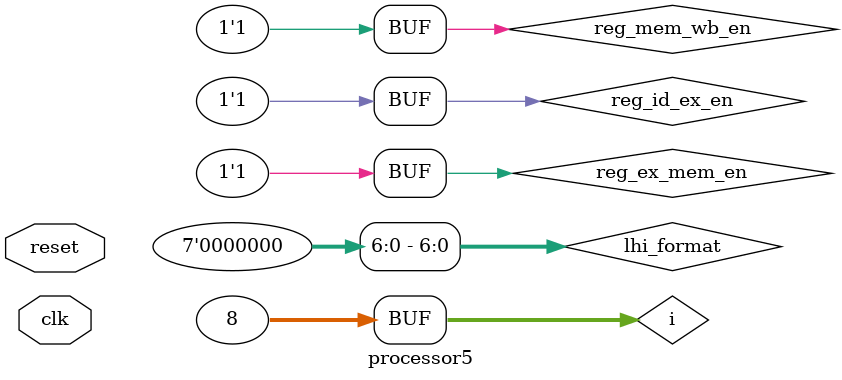
<source format=v>
module processor5 (
	input clk, reset
);

reg [15:0] pc_current = 16'd0;
//wire [15:0] pc_current_value;
reg pc_enable = 1'b1;

wire [15:0] IWR, pc_1, alu3_src2_value, alu3_out, sign_extended_6_id, sign_extended_9_id;
wire [15:0] T1, T2, alu1_out, sign_extended_6_ex, sign_extended_9_ex, T3, alu1_src2_4, T4;
wire [15:0] lhi_format;

reg [15:0] reg_addr1, pc_2, alu1_src2_value, pc_3, rfd3;

wire [2:0] temp_addr, alu_control_signal;
reg [2:0] rfa3;

wire t3_sel, branch, jump, load, sig_multiple, sig_all, mem_read, mem_write, reg_write;
wire [1:0] alu1_src, alu1_op, jump_type, reg_src1, reg_write_data_sel, reg_write_addr_sel;

reg carry_flag, zero_flag;

wire carry, zero, modify_reg_write, new_reg_write;


wire stall_condition_sp;
wire r_type_id, sw_id, br_id, sig_mult_or_all_id, adi_instr, store_multiple_id, store_all_id; 

wire [2:0] ra_id, ra_ex, ra_mem, ra_wb, rb_id, rb_ex, rb_mem, rb_wb, rc_ex, rc_mem, rc_wb;

wire r_type_ex, r_type_mem, r_type_wb;

wire condition1_t1_r1, condition1_t1_r2, condition1_t1_r;
wire condition2_t1_r1, condition2_t1_r2, condition2_t1_r;
wire condition3_t1_r1, condition3_t1_r2, condition3_t1_r;

wire condition1_t2_r1, condition1_t2_r2, condition1_t2_r3, condition1_t2_r;
wire condition2_t2_r1, condition2_t2_r2, condition2_t2_r3, condition2_t2_r;
wire condition3_t2_r1, condition3_t2_r2, condition3_t2_r3, condition3_t2_r;

wire [15:0] value_from_ex_to_id_r, value_from_mem_to_id_r, value_from_wb_to_id_r;

wire lw_lhi_ex, lw_lhi_mem, lw_lhi_wb;

wire stall_condition_t1_lw_lhi1, stall_condition_t1_lw_lhi2, stall_condition_t1_lw_lhi;
wire condition1_t1_lw_lhi1, condition1_t1_lw_lhi2, condition1_t1_lw_lhi;
wire condition2_t1_lw_lhi1, condition2_t1_lw_lhi2, condition2_t1_lw_lhi;

wire stall_condition_t2_lw_lhi1, stall_condition_t2_lw_lhi2, stall_condition_t2_lw_lhi3, stall_condition_t2_lw_lhi;
wire condition1_t2_lw_lhi1, condition1_t2_lw_lhi2, condition1_t2_lw_lhi3, condition1_t2_lw_lhi;
wire condition2_t2_lw_lhi1, condition2_t2_lw_lhi2, condition2_t2_lw_lhi3, condition2_t2_lw_lhi;

wire [15:0] value_from_mem_to_id_lw_lhi, value_from_wb_to_id_lw_lhi;

wire jal_jlr_ex, jal_jlr_mem, jal_jlr_wb;
wire condition1_t1_jal_jlr1, condition1_t1_jal_jlr2, condition1_t1_jal_jlr;
wire condition2_t1_jal_jlr1, condition2_t1_jal_jlr2, condition2_t1_jal_jlr;
wire condition3_t1_jal_jlr1, condition3_t1_jal_jlr2, condition3_t1_jal_jlr;
wire condition1_t2_jal_jlr1, condition1_t2_jal_jlr2, condition1_t2_jal_jlr3, condition1_t2_jal_jlr;
wire condition2_t2_jal_jlr1, condition2_t2_jal_jlr2, condition2_t2_jal_jlr3, condition2_t2_jal_jlr;
wire condition3_t2_jal_jlr1, condition3_t2_jal_jlr2, condition3_t2_jal_jlr3, condition3_t2_jal_jlr;
wire [15:0] value_from_ex_to_id_jal_jlr, value_from_mem_to_id_jal_jlr, value_from_wb_to_id_jal_jlr;

wire lm_ex, lm_mem;
wire condition1_t1_lm1, condition1_t1_lm2, condition1_t1_lm;
wire condition2_t1_lm1, condition2_t1_lm2,  condition2_t1_lm3, condition2_t1_lm4, condition2_t1_lm;
wire condition1_t2_lm1, condition1_t2_lm2, condition1_t2_lm3, condition1_t2_lm;
wire condition2_t2_lm1, condition2_t2_lm2, condition2_t2_lm3, condition2_t2_lm4, condition2_t2_lm5, condition2_t2_lm6, condition2_t2_lm;
wire [15:0] value_from_mem_to_id_lm, value_from_wb_to_id_lm;

wire la_ex, la_mem;
wire condition1_t1_la1, condition1_t1_la2, condition1_t1_la;
wire condition2_t1_la1, condition2_t1_la2, condition2_t1_la3, condition2_t1_la4, condition2_t1_la;
wire condition1_t2_la1, condition1_t2_la2, condition1_t2_la3, condition1_t2_la;
wire condition2_t2_la1, condition2_t2_la2, condition2_t2_la3, condition2_t2_la4, condition2_t2_la5, condition2_t2_la6, condition2_t2_la;

wire [15:0] value_from_mem_to_id_la, value_from_wb_to_id_la;

wire adi_ex, adi_mem, adi_wb;
wire condition1_t1_adi1, condition1_t1_adi2, condition1_t1_adi;
wire condition2_t1_adi1, condition2_t1_adi2, condition2_t1_adi;
wire condition3_t1_adi1, condition3_t1_adi2, condition3_t1_adi;
wire condition1_t2_adi1, condition1_t2_adi2, condition1_t2_adi3, condition1_t2_adi;
wire condition2_t2_adi1, condition2_t2_adi2, condition2_t2_adi3, condition2_t2_adi;
wire condition3_t2_adi1, condition3_t2_adi2, condition3_t2_adi3, condition3_t2_adi;
wire [15:0] value_from_ex_to_id_adi, value_from_mem_to_id_adi, value_from_wb_to_id_adi;


/////
wire store_all_ex, store_all_mem;
/////

////////////////////////
reg [2:0] reg_addr2, counter_store_multiple, counter_store_all, k_multiple, k_all;
reg counter_store_multiple_en, counter_store_all_en, k_multiple_en, k_all_en, reg_write_sp;
reg shift_reg_store_en, mem_write_sp, shift_reg_load_en, counter_load_multiple_en, counter_load_all_en;
reg [7:0] shift_reg_store, shift_reg_load;
reg [2:0] counter_load, counter_load_multiple, counter_load_all;
wire [15:0] alu1_src1_value;
wire alu1_extra_control_sig;

//////////////////////
reg flush_condition_ex1;
wire flush_condition_ex2;
wire flush_condition_ex;
wire flush_condition_id;

reg [15:0] T1_new, T2_new;

reg reg_if_id_en = 1'b1;
reg reg_id_ex_en = 1'b1;
reg reg_ex_mem_en = 1'b1;
reg reg_mem_wb_en = 1'b1;

reg [48:0] IF_ID_reg = 49'b0;
reg [115:0] ID_EX_reg = 116'b0;
reg [79:0] EX_MEM_reg = 80'b0;
reg [77:0] MEM_WB_reg = 78'b0;

reg [33:0] look_up_table_branch [0:7];
reg [2:0] look_up_table_branch_top;

reg [1:0] fsm_table [0:7];

reg flag1, flag2, flag3, match_sig;
//reg [2:0] i;
integer i;
integer i_var;
reg [15:0] bta;

initial
begin
	for(i=0; i<8; i=i+1)
		look_up_table_branch[i] = 0;
	
	look_up_table_branch_top = 0;
	
	fsm_table[0] = 2'b00;
	fsm_table[1] = 2'b01;
	fsm_table[2] = 2'b00;
	fsm_table[3] = 2'b11;
	fsm_table[4] = 2'b00;
	fsm_table[5] = 2'b11;
	fsm_table[6] = 2'b10;
	fsm_table[7] = 2'b11;
	
	pc_current = 0;
	IF_ID_reg = 0;
	ID_EX_reg = 0;
	EX_MEM_reg = 0;
	MEM_WB_reg = 0;
	carry_flag = 0;
	zero_flag = 0;
	
	counter_load_all = 0;
	counter_load_multiple = 0;
	counter_store_all = 0;
	counter_store_multiple = 0;
	k_multiple = 0;
	k_all = 0;
	
	counter_load_all_en = 1'b0;
	counter_load_multiple_en = 1'b0;
	counter_store_all_en = 1'b0;
	counter_store_multiple_en = 1'b0;
	k_multiple_en = 1'b0;
	k_all_en = 1'b0;
end

/////////////////// in instruction fetch (IF) state ////////////////

instruction_memory imem (
								.pc(pc_current),
								.instruction(IWR));

//instruction_memory imem (
//								.pc(pc_current_value),
//								.instruction(IWR));

always @(*) begin
	flag3 = 0;
	for (i=0; i<8; i=i+1)
		if(flag3 != 1) begin
			if ((look_up_table_branch[i][33:18] == pc_current) && (look_up_table_branch[i][1] == 1'b1)) begin
				bta <= look_up_table_branch[i][17:2];
				match_sig <= 1'b1;
				flag3 = 1;
			end
			else begin
				bta <= 16'd0;
				match_sig <= 1'b0;
			end
		end
end
			
			
								
alu_adder alu2 (.a(pc_current),
						.b(16'd1),
						.alu_result(pc_1));

//alu_adder alu2 (.a(pc_current_value),
//						.b(16'd1),
//						.alu_result(pc_1));


/////////////////// end of if ////////////////////////

//always @(posedge clk)
//	begin
//		if (reg_if_id_en)
//			begin
//				IF_ID_reg[47:32] <= pc_current;
//				IF_ID_reg[31:16] <= pc_1;
//				IF_ID_reg[15:0] <= IWR;
//			end
//		//pc_current <= pc_1;
//	end

always @(posedge clk)
	begin
		if (reg_if_id_en)
			begin
				if (flush_condition_id | flush_condition_ex)
					IF_ID_reg <= 0;
				else begin
					IF_ID_reg[48] <= match_sig;
					IF_ID_reg[47:32] <= pc_current;
//					IF_ID_reg[47:32] <= pc_current_value;
					IF_ID_reg[31:16] <= pc_1;
					IF_ID_reg[15:0] <= IWR;
				end
			end
		//pc_current <= pc_1;
	end

/////////////////// in instruction decode and register read (ID-OF) state //////////////

control_unit cu (
					.reset( reset ),
					.opcode( IF_ID_reg[15:12] ),
					.alu1_src( alu1_src ),
					.alu1_op( alu1_op ),
					.t3_sel( t3_sel ),
					.load( load ),
					.sig_multiple( sig_multiple ),
					.sig_all( sig_all ),
					.branch( branch ),
					.jump( jump ),
					.jump_type( jump_type ),
					.reg_src1( reg_src1 ),
					.mem_read( mem_read ),
					.mem_write( mem_write ),
					.reg_write( reg_write ),
					.reg_write_data_sel( reg_write_data_sel ),
					.reg_write_addr_sel( reg_write_addr_sel )
					);
				
					
alu_adder alu3 (
					.a( IF_ID_reg[47:32] ),		//pc_current
					.b( alu3_src2_value ),		//alu3_src2
					.alu_result( alu3_out )		//alu3_out
					);

// se6 of IWR(5:0)					
assign sign_extended_6_id = {{10{IF_ID_reg[5]}}, IF_ID_reg[5:0]};

// se9 of IWR(8:0)
assign sign_extended_9_id = {{7{IF_ID_reg[8]}}, IF_ID_reg[8:0]};

// control signal is jump_type ans branch
assign alu3_src2_value = (~branch & jump) ? sign_extended_9_id : sign_extended_6_id;

//register_file reg_file (
//								.clk( clk ),
//								.rst( reset ),
//								.reg_write_en( reg_write_sp ),
//								.reg_read_addr_1( reg_addr1 ),		//rf_a1
//								.reg_read_data_1( T1 ),		//rf_d1
//								.reg_read_addr_2( IF_ID_reg[8:6] ),		//rf_a2 = IWR(8:6)
//								.reg_read_data_2( T2 ),		//rf_d2
//								.reg_write_dest( rfa3 ),		//rf_a3
//								.reg_write_data( rfd3 )			//rf_d3
//								);

register_file reg_file (
								.clk( clk ),
								.rst( reset ),
								.reg_write_en( reg_write_sp ),
								.reg_read_addr_1( reg_addr1 ),		//rf_a1
								.reg_read_data_1( T1 ),		//rf_d1
								.reg_read_addr_2( reg_addr2 ),		//rf_a2 = IWR(8:6)
								.reg_read_data_2( T2 ),		//rf_d2
								.reg_write_dest( rfa3 ),		//rf_a3
								.reg_write_data( rfd3 )			//rf_d3
								);
								
//register_file1 reg_file (
//								.clk( clk ),
//								.rst( reset ),
//								.reg_write_en( reg_write_sp ),
//								.reg_read_addr_1( reg_addr1 ),		//rf_a1
//								.reg_read_data_1( T1 ),		//rf_d1
//								.reg_read_addr_2( reg_addr2 ),		//rf_a2 = IWR(8:6)
//								.reg_read_data_2( T2 ),		//rf_d2
//								.reg_write_dest( rfa3 ),		//rf_a3
//								.reg_write_data( rfd3 ),			//rf_d3
//								.pc_enable_value( pc_enable ),
//								.pc_value_out( pc_current_value ),
//								.match_sig( match_sig ),
//								.bta( bta ),
//								.condition1( (~IF_ID_reg[48] & (jump & (jump_type[0] ^ jump_type[1]))) ),
//								.condition2( ((ID_EX_reg[10] & (ID_EX_reg[115] ^ zero)) | (~ID_EX_reg[115] & (ID_EX_reg[9] & ~(ID_EX_reg[8] | ID_EX_reg[7])))) ),
//								.value1( pc_2 ),
//								.value2( pc_3 ),
//								.value3( pc_1 ),
////								.value4( wb_instr_result ),
////								.reg_write_en1( reg_write_en_rf )
//								.reg_write_en1( 1'b0 )
//								);


//always @(posedge clk)
//	if (counter_store_multiple == 7)
//		counter_store_multiple_en <= 1'b0;
//	else if (sig_multiple)
//		counter_store_multiple_en <= 1'b1;
always @(posedge clk)
	if ((counter_store_multiple == 7) | (k_multiple == 7))
		counter_store_multiple_en <= 1'b0;
	else if (sig_multiple & (~load))
		counter_store_multiple_en <= 1'b1;
	

//always @(posedge clk)
//	if (counter_store_multiple_en)
//		counter_store_multiple <= counter_store_multiple + 1;

//always @(posedge clk)
//	if (counter_store_multiple_en | (~load & sig_multiple))
//		counter_store_multiple <= counter_store_multiple + 1;
always @(posedge clk)
	if ((counter_store_multiple_en | (~load & sig_multiple)) & (|(k_multiple ^ 3'b111)))
		counter_store_multiple <= counter_store_multiple + 1;


//always @(posedge clk)
//	if (counter_store_all == 6)
//		counter_store_all_en <= 1'b0;
//	else if (sig_all)
//		counter_store_all_en <= 1'b1;
always @(posedge clk)
	if ((counter_store_all == 6) | (k_all == 6))
		counter_store_all_en <= 1'b0;
	else if (sig_all & (~load))
		counter_store_all_en <= 1'b1;
	

//always @(posedge clk)
//	if (counter_store_all_en) begin
//		counter_store_all <= counter_store_all + 1;
//		if (counter_store_all == 6)
//			counter_store_all <= 0;
//	end
//always @(posedge clk)
//	if (counter_store_all_en | (~load & sig_all)) begin
//		counter_store_all <= counter_store_all + 1;
//		if (counter_store_all == 6)
//			counter_store_all <= 0;
//	end
always @(posedge clk)
	if ((counter_store_all_en | (~load & sig_all)) & (|(k_all ^ 3'b110))) begin
		counter_store_all <= counter_store_all + 1;
		if (counter_store_all == 6)
			counter_store_all <= 0;
	end

always @(*)
	if (~load & sig_multiple)
		reg_addr2 <= counter_store_multiple;
	else if (~load & sig_all)
		reg_addr2 <= counter_store_all;
	else
		reg_addr2 <= IF_ID_reg[8:6];

always @(*)
	case (reg_src1)
		2'b00: reg_addr1 <= IF_ID_reg[11:9];
		2'b01: reg_addr1 <= IF_ID_reg[8:6];
		default: reg_addr1 <= IF_ID_reg[11:9];
	endcase

always @(*)
	if ((branch == 1'b1) || (jump_type == 2'b01))
		pc_2 <= alu3_out;
	else if (jump_type == 2'b10)
		pc_2 <= T1;
	else
		pc_2 <= 16'bz;

////
		
always @(posedge clk)
	if (k_multiple == 7)
		k_multiple_en <= 1'b0;
	else if (sig_multiple)
		k_multiple_en <= 1'b1;
	

always @(posedge clk)
	if (k_multiple_en)
		k_multiple <= k_multiple + 1;

always @(posedge clk)
	if (k_all == 6)
		k_all_en <= 1'b0;
	else if (sig_all)
		k_all_en <= 1'b1;

//always @(posedge clk)
//	if ((k_all == 6) | (counter_load_all == 6))
//		k_all_en <= 1'b0;
//	else if (sig_all)
//		k_all_en <= 1'b1;
//	
		
always @(posedge clk)
	if (k_all_en) begin
		k_all <= k_all + 1;
		if (k_all == 6)
			k_all <= 0;
	end
		
////		

//////// Correction of Violation //////////////////

assign stall_condition_sp = (((sig_multiple == 1'b1) && (k_multiple < 7)) || ((sig_all == 1'b1) && (k_all < 6))) ? 1'b1 : 1'b0;
//assign stall_condition_sp = (((sig_multiple == 1'b1) && (k_multiple < 6)) || ((sig_all == 1'b1) && (k_all < 5))) ? 1'b1 : 1'b0;

//always @(*)
//	if (stall_condition_ra_rl | stall_condition_rb_rl | stall_condition_sp) begin
//		pc_enable <= 1'b0;
//		reg_if_id_en <= 1'b0;
//	end
//	else begin
//		pc_enable <= 1'b1;
//		reg_if_id_en <= 1'b1;
//	end

//always @(*)
//	if (stall_condition_t1_lw_lhi | stall_condition_t2_lw_lhi | stall_condition_sp) begin
//		pc_enable <= 1'b0;
//		reg_if_id_en <= 1'b0;
//	end
//	else begin
//		pc_enable <= 1'b1;
//		reg_if_id_en <= 1'b1;
//	end

always @(*)
	if (~(flush_condition_id | flush_condition_ex) & (stall_condition_t1_lw_lhi | stall_condition_t2_lw_lhi | stall_condition_sp)) begin
		pc_enable <= 1'b0;
		reg_if_id_en <= 1'b0;
	end
	else begin
		pc_enable <= 1'b1;
		reg_if_id_en <= 1'b1;
	end
	

always @(*)
	if (condition1_t1_lw_lhi)
		T1_new <= value_from_mem_to_id_lw_lhi;
	else if (condition2_t1_lw_lhi)
		T1_new <= value_from_wb_to_id_lw_lhi;
	else if (condition1_t1_lm)
		T1_new <= value_from_mem_to_id_lm;
	else if (condition2_t1_lm)
		T1_new <= value_from_wb_to_id_lm;
	else if (condition1_t1_la)
		T1_new <= value_from_mem_to_id_la;
	else if (condition2_t1_la)
		T1_new <= value_from_wb_to_id_la;
	else if (condition1_t1_r)
		T1_new <= value_from_ex_to_id_r;
	else if (condition2_t1_r)
		T1_new <= value_from_mem_to_id_r;
	else if (condition3_t1_r)
		T1_new <= value_from_wb_to_id_r;
	else if (condition1_t1_adi)
		T1_new <= value_from_ex_to_id_adi;
	else if (condition2_t1_adi)
		T1_new <= value_from_mem_to_id_adi;
	else if (condition3_t1_adi)
		T1_new <= value_from_wb_to_id_adi;
	else if (condition1_t1_jal_jlr)
		T1_new <= value_from_ex_to_id_jal_jlr;
	else if (condition2_t1_jal_jlr)
		T1_new <= value_from_mem_to_id_jal_jlr;
	else if (condition3_t1_jal_jlr)
		T1_new <= value_from_wb_to_id_jal_jlr;
	else
		T1_new <= T1;

always @(*)
	if (condition1_t2_lw_lhi)
		T2_new <= value_from_mem_to_id_lw_lhi;
	else if (condition2_t2_lw_lhi)
		T2_new <= value_from_wb_to_id_lw_lhi;
	else if (condition1_t2_lm)
		T2_new <= value_from_mem_to_id_lm;
	else if (condition2_t2_lm)
		T2_new <= value_from_wb_to_id_lm;
	else if (condition1_t2_la)
		T2_new <= value_from_mem_to_id_la;
	else if (condition2_t2_la)
		T2_new <= value_from_wb_to_id_la;
	else if (condition1_t2_r)
		T2_new <= value_from_ex_to_id_r;
	else if (condition2_t2_r)
		T2_new <= value_from_mem_to_id_r;
	else if (condition3_t2_r)
		T2_new <= value_from_wb_to_id_r;
	else if (condition1_t2_adi)
		T2_new <= value_from_ex_to_id_adi;
	else if (condition2_t2_adi)
		T2_new <= value_from_mem_to_id_adi;
	else if (condition3_t2_adi)
		T2_new <= value_from_wb_to_id_adi;
	else if (condition1_t2_jal_jlr)
		T2_new <= value_from_ex_to_id_jal_jlr;
	else if (condition2_t2_jal_jlr)
		T2_new <= value_from_mem_to_id_jal_jlr;
	else if (condition3_t2_jal_jlr)
		T2_new <= value_from_wb_to_id_jal_jlr;
	else
		T2_new <= T2;


///////////////////////////////////////////////////////////

// flush condition

//assign flush_condition_id = (jump & (jump_type[0] ^ jump_type[1]));

assign flush_condition_id = ((jump & (jump_type[0] ^ jump_type[1])) && (~IF_ID_reg[48])) ? 1'b1 : 1'b0;

//////////////////

/////////////////// end of id-of ///////////////////////////////////
	
//always @(posedge clk)
//	if (reg_id_ex_en)
//		begin
//			ID_EX_reg[98:83] <= T1;	//T1
//			ID_EX_reg[82:67] <= T2;	//T2
//			ID_EX_reg[66:51] <= pc_2;	//pc_2
//			ID_EX_reg[50:35] <= IF_ID_reg[31:16];	//pc_1
//			ID_EX_reg[34:19] <= IF_ID_reg[15:0];	//IWR
//			
//			ID_EX_reg[18:17] <= alu1_src;
//			ID_EX_reg[16:15] <= alu1_op;
//			ID_EX_reg[14] <= t3_sel;
//			ID_EX_reg[13] <= load;
//			ID_EX_reg[12] <= branch;
//			ID_EX_reg[11] <= jump;
//			ID_EX_reg[10:9] <= jump_type;
//													//removing reg_src1;
//			ID_EX_reg[8] <= mem_read;
//			ID_EX_reg[7] <= mem_write;
//			ID_EX_reg[6] <= mem_write_sig;
//			ID_EX_reg[5] <= reg_write;
//			ID_EX_reg[4] <= reg_write_sig;
//			ID_EX_reg[3:2] <= reg_write_data_sel;
//			ID_EX_reg[1:0] <= reg_write_addr_sel;
//		end

//always @(posedge clk)
//	if (reg_id_ex_en)
//		begin
//			ID_EX_reg[100:85] <= T1_new;	//T1
//			ID_EX_reg[84:69] <= T2_new;	//T2
//			ID_EX_reg[68:53] <= pc_2;	//pc_2
//			ID_EX_reg[52:37] <= IF_ID_reg[31:16];	//pc_1
//			
//			if (~(sig_multiple ^ sig_all) & (stall_condition_ra_rl | stall_condition_rb_rl))
//				ID_EX_reg[36:0] <= 37'd0;
//			else
//			begin
//				ID_EX_reg[36:21] <= IF_ID_reg[15:0];	//IWR
//				
//				ID_EX_reg[20:19] <= alu1_src;
//				ID_EX_reg[18:17] <= alu1_op;
//				ID_EX_reg[16] <= t3_sel;
//				ID_EX_reg[15] <= load;
//				ID_EX_reg[14] <= sig_multiple;
//				ID_EX_reg[13] <= sig_all;
//				ID_EX_reg[12] <= branch;
//				ID_EX_reg[11] <= jump;
//				ID_EX_reg[10:9] <= jump_type;
//														//removing reg_src1;
//				ID_EX_reg[8] <= mem_read;
//				ID_EX_reg[7] <= mem_write;
//				ID_EX_reg[6] <= mem_write_sig;
//				ID_EX_reg[5] <= reg_write;
//				ID_EX_reg[4] <= reg_write_sig;
//				ID_EX_reg[3:2] <= reg_write_data_sel;
//				ID_EX_reg[1:0] <= reg_write_addr_sel;
//			end
//		end

always @(posedge clk)
	if (reg_id_ex_en)
		begin
			if (flush_condition_ex)
				ID_EX_reg <= 0;
			else begin
				ID_EX_reg[115] <= IF_ID_reg[48];	//match_sig
				ID_EX_reg[114:99] <= IF_ID_reg[47:32];	//pc_current
				
				ID_EX_reg[98:83] <= T1_new;	//T1
				ID_EX_reg[82:67] <= T2_new;	//T2
				ID_EX_reg[66:51] <= pc_2;	//pc_2
				ID_EX_reg[50:35] <= IF_ID_reg[31:16];	//pc_1
				
//				if (~(sig_multiple ^ sig_all) & (stall_condition_ra_rl | stall_condition_rb_rl))
//					ID_EX_reg[34:0] <= 35'd0;
//				else
				if (~(sig_multiple ^ sig_all) & (stall_condition_t1_lw_lhi | stall_condition_t2_lw_lhi)) begin
					ID_EX_reg[34:0] <= 35'd0;
					
					ID_EX_reg[115:35] <= 0;
				end
				else
				begin
					ID_EX_reg[34:19] <= IF_ID_reg[15:0];	//IWR
					
					ID_EX_reg[18:17] <= alu1_src;
					ID_EX_reg[16:15] <= alu1_op;
					ID_EX_reg[14] <= t3_sel;
					ID_EX_reg[13] <= load;
					ID_EX_reg[12] <= sig_multiple;
					ID_EX_reg[11] <= sig_all;
					ID_EX_reg[10] <= branch;
					ID_EX_reg[9] <= jump;
					ID_EX_reg[8:7] <= jump_type;
															//removing reg_src1;
					ID_EX_reg[6] <= mem_read;
					ID_EX_reg[5] <= mem_write;
					ID_EX_reg[4] <= reg_write;
					ID_EX_reg[3:2] <= reg_write_data_sel;
					ID_EX_reg[1:0] <= reg_write_addr_sel;
				end
			end
		end

/////////////////// in execution state (EX) state ////////////////

alu_control alu_control_dut (
										.aluop( ID_EX_reg[16:15] ),
										.condition_cz( ID_EX_reg[20:19] ),
										.alu_control( alu_control_signal )
										);
										
//alu1 alu1_dut (
//					.a( ID_EX_reg[100:85] ),
//					.b( alu1_src2_value ),
//					.carry_flag( carry_flag ),
//					.zero_flag( zero_flag ),
//					.alu_control( alu_control_signal ),
//					.alu_result( alu1_out ),
//					.zero( zero ),
//					.carry( carry ),
//					.modify_reg_write( modify_reg_write )
//					);
alu1 alu1_dut (
					.a( alu1_src1_value ),
					.b( alu1_src2_value ),
					.carry_flag( carry_flag ),
					.zero_flag( zero_flag ),
					.alu_control( alu_control_signal ),
					.alu_result( alu1_out ),
					.zero( zero ),
					.carry( carry ),
					.modify_reg_write( modify_reg_write )
					);

					
//T3 sel
assign T3 = (ID_EX_reg[14]) ? lhi_format : alu1_out;

assign lhi_format = {ID_EX_reg[27:19], 7'b0};

//SE6 of IWR(5:0)					
assign sign_extended_6_ex = {{10{ID_EX_reg[24]}}, ID_EX_reg[24:19]};

//SE6 of IWR(8:0)
assign sign_extended_9_ex = {{7{ID_EX_reg[27]}}, ID_EX_reg[27:19]};

always @(*)
	case (ID_EX_reg[18:17])	//alu1_src
		2'b00: alu1_src2_value <= ID_EX_reg[82:67];	//T2
		2'b01: alu1_src2_value <= sign_extended_6_ex;	//se IWR(5:0)
		2'b10: alu1_src2_value <= sign_extended_9_ex;	//se IWR(8:0)
		2'b11: alu1_src2_value <= alu1_src2_4;		//temp
	endcase

//
assign alu1_src2_4 = (alu1_extra_control_sig) ? 16'd1 : 16'd0;
assign alu1_src1_value = (alu1_extra_control_sig) ? EX_MEM_reg[63:48] : ID_EX_reg[98:83];// ? T3 : T1

///////////////// alert change this according to pipeline reg/////
assign alu1_extra_control_sig = (((sig_multiple ^ sig_all) == 1'b1) && ((k_multiple_en==1'b1 && k_multiple > 0) || (k_all_en==1'b1 && k_all > 0)));
	
//modify_reg_write
assign new_reg_write = (modify_reg_write) ? 1'b0 : ID_EX_reg[4];	//reg_write

// pc_3
always @(*)
	if (ID_EX_reg[10])	//branch
		if (zero)
			pc_3 <= ID_EX_reg[66:51];	// taken (to pc_2)
		else
			pc_3 <= ID_EX_reg[50:35];	//not taken (go to pc_1)
	else if ((ID_EX_reg[9] == 1'b1) && (ID_EX_reg[8:7] == 2'b00))	//jump, jump_type
		pc_3 <= T3;	//T3
	else
		pc_3 <= ID_EX_reg[50:35];	//pc_1
		
///////////////
// flush condition

//assign flush_condition_ex = ((ID_EX_reg[10] & zero) | (ID_EX_reg[9] & ~(| ID_EX_reg[8:7])));

always @(*)
	if (ID_EX_reg[115])		//match_sig in EX
		if (((ID_EX_reg[10] & zero) | (ID_EX_reg[9] & ~(| ID_EX_reg[8:7]))))
			flush_condition_ex1 <= 1'b0;
		else
			flush_condition_ex1 <= 1'b1;
	else
		if (((ID_EX_reg[10] & zero) | (ID_EX_reg[9] & ~(| ID_EX_reg[8:7]))))
			flush_condition_ex1 <= 1'b1;
		else
			flush_condition_ex1 <= 1'b0;

assign flush_condition_ex2 = (((ID_EX_reg[4] & (~ID_EX_reg[13]) & (~ID_EX_reg[9])) & (& rc_ex)) & ~ID_EX_reg[115]) ? 1'b1 : 1'b0;
assign flush_condition_ex = flush_condition_ex1 | flush_condition_ex2;

//assign flush_condition_mem1 = ( & ) ? 1'b1 : 1'b0;

///////// pc_updation ///////////////

//always @(posedge clk)
//	if(pc_enable)
//		if(jump & (jump_type[0] ^ jump_type[1]))	// jump and jumptype jal, jlr
//			pc_current <= pc_2;
//		else if(ID_EX_reg[12] | (ID_EX_reg[11] & ~(ID_EX_reg[10] | ID_EX_reg[9])))
//			pc_current <= pc_3;
//		else
//			pc_current <= pc_1;

//always @(posedge clk)
//	if(pc_enable)
//		if(jump & (jump_type[0] ^ jump_type[1]))	// jump and jumptype jal, jlr
//			pc_current <= pc_2;
//		else if((ID_EX_reg[10] & zero) | (ID_EX_reg[9] & ~(ID_EX_reg[8] | ID_EX_reg[7])))
//			pc_current <= pc_3;
//		else
//			pc_current <= pc_1;

//always @(posedge clk)
//	if(pc_enable)
//		if(match_sig)
//			pc_current <= bta;
//		else if(jump & (jump_type[0] ^ jump_type[1]))	// jump and jumptype jal, jlr
//			pc_current <= pc_2;
//		else if((ID_EX_reg[10] & zero) | (ID_EX_reg[9] & ~(ID_EX_reg[8] | ID_EX_reg[7])))
//			pc_current <= pc_3;
//		else
//			pc_current <= pc_1;

//always @(posedge clk)
//	if(pc_enable)
//		if(match_sig)
//			pc_current <= bta;
//		else if(~IF_ID_reg[48] & (jump & (jump_type[0] ^ jump_type[1])))	// jump and jumptype jal, jlr
//			pc_current <= pc_2;
//		else if ((ID_EX_reg[10] & (ID_EX_reg[115] ^ zero)) | (~ID_EX_reg[115] & (ID_EX_reg[9] & ~(ID_EX_reg[8] | ID_EX_reg[7]))))		// (branch & (taken ^ match_sig)) | (~match_sig & jump condition)
//			pc_current <= pc_3;
//		else
//			pc_current <= pc_1;
		
always @(posedge clk)
	if(pc_enable)
		if(match_sig)
			pc_current <= bta;
		else if(~IF_ID_reg[48] & (jump & (jump_type[0] ^ jump_type[1])))	// jump and jumptype jal, jlr
			pc_current <= pc_2;
		else if ((ID_EX_reg[10] & (ID_EX_reg[115] ^ zero)) | (~ID_EX_reg[115] & (ID_EX_reg[9] & ~(ID_EX_reg[8] | ID_EX_reg[7]))))		// (branch & (taken ^ match_sig)) | (~match_sig & jump condition)
			pc_current <= pc_3;
		else if ((ID_EX_reg[4] & (~ID_EX_reg[13]) & (~ID_EX_reg[9])) & (& rc_ex))
			pc_current <= T3;
		else if ((EX_MEM_reg[13] & ~(EX_MEM_reg[12] ^ EX_MEM_reg[11])) & (& ra_mem))
			pc_current <= T4;
		else if ((EX_MEM_reg[13] & EX_MEM_reg[12]) & (EX_MEM_reg[16]) & (counter_load_multiple[2] & counter_load_multiple[1] & ~counter_load_multiple[0]))	//lm
			pc_current <= T4;
		else if ((jump & (jump_type[0] ^ jump_type[1])) & (& IF_ID_reg[11:9]))
			pc_current <= IF_ID_reg[31:16];
		else
			pc_current <= pc_1;
		
///////////look_up_table updation //////////////////

always @(posedge clk) begin
	if (jump & (jump_type[0] ^ jump_type[1])) begin		// jump and jumptype jal, jlr
		flag1 = 0;
		for(i=0; i<8; i=i+1)
			if(look_up_table_branch[i][33:18] == IF_ID_reg[47:32])	// match with pc of instr
				flag1 = 1;
		if (flag1 == 0) begin
			look_up_table_branch[look_up_table_branch_top] <= {IF_ID_reg[47:32], pc_2, 2'b11};	//pc, bta, hb
			look_up_table_branch_top <= look_up_table_branch_top + 1;
		end
	end
	else if ((ID_EX_reg[10]) | (ID_EX_reg[9] & ~(ID_EX_reg[8] | ID_EX_reg[7]))) begin
		flag2 = 0;
		for(i=0; i<8; i=i+1)
			if(look_up_table_branch[i][33:18] == ID_EX_reg[114:99]) begin	// match with pc of instr
				flag2 = 1;
				i_var = i;
				$display("time = %0t, i = %d",$time, i);
			end
		if (flag2 == 0) begin
			//look_up_table_branch[look_up_table_branch_top] <= {ID_EX_reg[114:99], ID_EX_reg[66:51], ((ID_EX_reg[10] & zero) | (ID_EX_reg[9] & ~(ID_EX_reg[8] | ID_EX_reg[7]))), ~((ID_EX_reg[10] & zero) | (ID_EX_reg[9] & ~(ID_EX_reg[8] | ID_EX_reg[7])))};	//pc, bta, hb
			look_up_table_branch_top <= look_up_table_branch_top + 1;
			if (ID_EX_reg[10])
				look_up_table_branch[look_up_table_branch_top] <= {ID_EX_reg[114:99], ID_EX_reg[66:51], (ID_EX_reg[10] & zero), ~(ID_EX_reg[10] & zero)};	//pc, bta, hb
			else
				look_up_table_branch[look_up_table_branch_top] <= {ID_EX_reg[114:99], T3, 2'b11};	//pc, bta, hb
		end
		else begin
//			if (ID_EX_reg[10] & zero) begin	//branch and zero i.e. taken
//				if (look_up_table_branch[i][1:0] == )
//			end
//			else begin	// not taken
//				//
//			end
			
			look_up_table_branch[i_var][1:0] <= fsm_table[{look_up_table_branch[i_var][1:0], ((ID_EX_reg[10] & zero) | (ID_EX_reg[9] & ~(ID_EX_reg[8] | ID_EX_reg[7])))}];
		end
	end
end

////////////////////////////////////////////////////

//assign condition_rf1 = 

/////////////////// end of ex ////////////////////////////////////

always @(posedge clk)
	if (reg_ex_mem_en)
		begin
			carry_flag <= carry;
			
			EX_MEM_reg[79:64] <= ID_EX_reg[82:67];	//T2
			EX_MEM_reg[63:48] <= T3;	//T3
			EX_MEM_reg[47:32] <= ID_EX_reg[50:35];	//pc_1
			EX_MEM_reg[31:16] <= ID_EX_reg[34:19];	//IWR
			
			//control signals
															// removing alu1_src;
			EX_MEM_reg[15:14] <= ID_EX_reg[16:15];			// alu1_op;
															//removing t3_sel;
			EX_MEM_reg[13] <= ID_EX_reg[13];		//load;
			EX_MEM_reg[12] <= ID_EX_reg[12];			//sig_multiple
			EX_MEM_reg[11] <= ID_EX_reg[11];			//sig_all
			EX_MEM_reg[10] <= ID_EX_reg[10];				// branch;
			EX_MEM_reg[9] <= ID_EX_reg[9];				// jump;
			EX_MEM_reg[8:7] <= ID_EX_reg[8:7];				// jump_type;
													//removing reg_src1;
			EX_MEM_reg[6] <= ID_EX_reg[6];		//mem_read;
			EX_MEM_reg[5] <= ID_EX_reg[5];		//mem_write;
			EX_MEM_reg[4] <= new_reg_write;		//reg_write;
			EX_MEM_reg[3:2] <= ID_EX_reg[3:2];	//reg_write_data_sel;
			EX_MEM_reg[1:0] <= ID_EX_reg[1:0];	//reg_write_addr_sel;
		end

//always @(posedge clk)
//	if (reg_ex_mem_en)
//		begin
//			if (flush_condition_ex)
//				EX_MEM_reg <= 0;
//			else begin
//				carry_flag <= carry;
//				
//				EX_MEM_reg[75:60] <= ID_EX_reg[84:69];	//T2
//				EX_MEM_reg[59:44] <= T3;	//T3
//				EX_MEM_reg[43:28] <= ID_EX_reg[52:37];	//pc_1
//				EX_MEM_reg[27:12] <= ID_EX_reg[36:21];	//IWR
//				
//				//control signals
//																// removing alu1_src;
//																// removing alu1_op;
//																//removing t3_sel;
//				EX_MEM_reg[11] <= ID_EX_reg[15];		//load;
//				EX_MEM_reg[10] <= ID_EX_reg[14];			//sig_multiple
//				EX_MEM_reg[9] <= ID_EX_reg[13];			//sig_all
//															//removing branch;
//															//removing jump;
//															// removing jump_type;
//														//removing reg_src1;
//				EX_MEM_reg[8] <= ID_EX_reg[8];		//mem_read;
//				EX_MEM_reg[7] <= ID_EX_reg[7];		//mem_write;
//				EX_MEM_reg[6] <= ID_EX_reg[6];		//mem_write_sig;
//				EX_MEM_reg[5] <= new_reg_write;		//reg_write;
//				EX_MEM_reg[4] <= ID_EX_reg[4];		//reg_write_sig;
//				EX_MEM_reg[3:2] <= ID_EX_reg[3:2];	//reg_write_data_sel;
//				EX_MEM_reg[1:0] <= ID_EX_reg[1:0];	//reg_write_addr_sel;
//			end
//		end
	
always @(posedge clk)
	if (ID_EX_reg[12])	//sig_multiple
		shift_reg_store_en <= 1'b1;
	else
		shift_reg_store_en <= 1'b0;

always @(posedge clk)
	if (shift_reg_store_en)
		shift_reg_store <= shift_reg_store << 1;
	else if (ID_EX_reg[12])		//sig_multiple
		shift_reg_store <= ID_EX_reg[26:19];		//IWR(7:0)

/////////////////// in Memory Access (MEM) state /////////////////

//always @(*)
//	if (EX_MEM_reg[10] & (~EX_MEM_reg[11]))		//sig_multiple and not load
//		mem_write_sp <= shift_reg_store[7];
//	else if (EX_MEM_reg[9] & (~EX_MEM_reg[11]))		//sig_all and not load
//		mem_write_sp <= 1'b1;
//	else
//		mem_write_sp <= EX_MEM_reg[7];

//always @(*)
//	if (EX_MEM_reg[10] & (~EX_MEM_reg[11]))		//sig_multiple and not load
//		mem_write_sp <= shift_reg_store[7];
//	else if ((EX_MEM_reg[9] & (~EX_MEM_reg[11])) & (ID_EX_reg[13] & (~ID_EX_reg[15])))		//sig_all and not load from ID/EX
//		mem_write_sp <= 1'b1;
//	else
//		mem_write_sp <= EX_MEM_reg[7];

always @(*)
	if (EX_MEM_reg[12] & (~EX_MEM_reg[13]))		//sig_multiple and not load
		mem_write_sp <= shift_reg_store[7];
	else if (store_all_ex & store_all_mem)		//sig_all and not load from ID/EX
		mem_write_sp <= 1'b1;
	else
		mem_write_sp <= EX_MEM_reg[5];	//mem_write

data_memory data_memory_dut (
										.clk(clk),
										.mem_access_addr( EX_MEM_reg[63:48] ),	//T3
										.mem_write_data( EX_MEM_reg[79:64] ),			//T2
										.mem_write_en( mem_write_sp ),
										.mem_read( EX_MEM_reg[6] ),
										.mem_read_data( T4 )			//T4
										);

/// updation of zero_flag

always @(posedge clk)
	if (EX_MEM_reg[13])		//load
		zero_flag <= (T4 == 16'd0) ? 1'b1 : 1'b0;
	else
		zero_flag <= zero;
										
/////////////////// end of mem /////////////////////////////////

always @(posedge clk)
	if (reg_mem_wb_en)
		begin
			MEM_WB_reg[77:62] <= EX_MEM_reg[63:48];		//T3
			MEM_WB_reg[61:46] <= T4;		//T4
			MEM_WB_reg[45:30] <= EX_MEM_reg[47:32];		//pc_1
			MEM_WB_reg[29:14] <= EX_MEM_reg[31:16];		//IWR
		
			//control signals
															// removing alu1_src;
			MEM_WB_reg[13:12] <= EX_MEM_reg[15:14];			// alu1_op;
															//removing t3_sel;
			MEM_WB_reg[11] <= EX_MEM_reg[13];		//load;
			MEM_WB_reg[10] <= EX_MEM_reg[12];			// sig_multiple
			MEM_WB_reg[9] <= EX_MEM_reg[11];			// sig_all
			MEM_WB_reg[8] <= EX_MEM_reg[10];				// branch;
			MEM_WB_reg[7] <= EX_MEM_reg[9];				// jump;
			MEM_WB_reg[6:5] <= EX_MEM_reg[8:7];				// jump_type;
													//removing reg_src1;
													// removing mem_read;
													// removing mem_write;
			MEM_WB_reg[4] <= EX_MEM_reg[4];		//reg_write;
			MEM_WB_reg[3:2] <= EX_MEM_reg[3:2];		//reg_write_data_sel;
			MEM_WB_reg[1:0] <= EX_MEM_reg[1:0];		//reg_write_addr_sel;
		end

always @(posedge clk)
	if (EX_MEM_reg[12])	//sig_multiple
		shift_reg_load_en <= 1'b1;
		//shift_reg_load <= EX_MEM_reg[17:10];	//IWR(7:0)
	else
		shift_reg_load_en <= 1'b0;

always @(posedge clk)
	if (shift_reg_load_en)
		shift_reg_load <= shift_reg_load << 1;
	else if (EX_MEM_reg[12])	//sig_multiple
		shift_reg_load <= EX_MEM_reg[23:16];	//IWR(7:0)
		
always @(posedge clk)
	if (counter_load_multiple == 7)
		counter_load_multiple_en <= 1'b0;
	else if (EX_MEM_reg[13] & (EX_MEM_reg[12]))	//load and sig_multiple
		counter_load_multiple_en <= 1'b1;


always @(posedge clk)
	if (counter_load_multiple_en)
		counter_load_multiple <= counter_load_multiple + 1;

always @(posedge clk)
	if (counter_load_all == 6)
		counter_load_all_en <= 1'b0;
	else if (EX_MEM_reg[13] & EX_MEM_reg[11])	//load and sig_all
		counter_load_all_en <= 1'b1;
	

always @(posedge clk)
	if (counter_load_all_en) begin
		counter_load_all <= counter_load_all + 1;
		if (counter_load_all == 6)
			counter_load_all <= 0;
	end

/////////////////// in writeback (WB) state ///////////////////////

//always @(*)
//	if (MEM_WB_reg[7] & MEM_WB_reg[8])		//sig_multiple
//		reg_write_sp <= shift_reg_load[7];
//	else if (MEM_WB_reg[6] & MEM_WB_reg[8])		//sig_all
//		reg_write_sp <= 1'b1;
//	else
//		reg_write_sp <= MEM_WB_reg[5];

always @(*)
	if (MEM_WB_reg[11] & MEM_WB_reg[10])		//load and sig_multiple
		reg_write_sp <= shift_reg_load[7];
	else if ((MEM_WB_reg[11] & MEM_WB_reg[9]) & (EX_MEM_reg[13] & EX_MEM_reg[11]))		//load and sig_all
		reg_write_sp <= 1'b1;
	else
		reg_write_sp <= MEM_WB_reg[4];	//reg_write

always @(*)
	if (MEM_WB_reg[11] & MEM_WB_reg[10])	//load and sig_multiple
		counter_load <= counter_load_multiple;
	else if (MEM_WB_reg[11] & MEM_WB_reg[9])			//load and sig_all
		counter_load <= counter_load_all;
	else
		counter_load <= 0;

always @(*)
	case (MEM_WB_reg[3:2])	//reg_write_data_sel
		2'b00: rfd3 <= MEM_WB_reg[77:62];	//T3
		2'b01: rfd3 <= MEM_WB_reg[61:46];	//T4
		2'b10: rfd3 <= MEM_WB_reg[45:30];	//pc_1
		2'b11: rfd3 <= MEM_WB_reg[61:46];	//tmp = T4
	endcase
	
always @(*)
	case (MEM_WB_reg[1:0])	//reg_write_addr_sel
		2'b00: rfa3 <= MEM_WB_reg[22:20];	//IWR(8:6)
		2'b01: rfa3 <= MEM_WB_reg[25:23];	//IWR(11:9)
		2'b10: rfa3 <= MEM_WB_reg[19:17];	//IWR(5:3)
		2'b11: rfa3 <= counter_load;	//tmp
	endcase

/////////////////// end of wb ////////////////////////////////////

////////////////// Detection ////////////////////////////////

//assign r_type_id = ~alu1_op[1];
assign r_type_id = (~alu1_op[1]) & reg_write;	//alu1_op msb and reg_write
assign sw_id = mem_write;
assign br_id = branch;
assign sig_mult_or_all_id = sig_multiple ^ sig_all;
assign adi_instr = (reg_write & (~load) & (~jump) & (~r_type_id));
//assign load_sig_id = load;
assign store_multiple_id = (~load) & sig_multiple;
assign store_all_id = (~load) & sig_all;

assign store_all_ex = (~ID_EX_reg[13]) & ID_EX_reg[11];
assign store_all_mem = (~EX_MEM_reg[13]) & EX_MEM_reg[11];
//assign store_all_wb = (~MEM_WB_reg[11]) & MEM_WB_reg[9];

assign ra_id = IF_ID_reg[11:9]; //IWR(11:9)
assign ra_ex = ID_EX_reg[30:28];	//IWR(11:9)
assign ra_mem = EX_MEM_reg[27:25];	//IWR(11:9)
assign ra_wb = MEM_WB_reg[25:23];	//IWR(11:9)
assign rb_id = IF_ID_reg[8:6];	//IWR(8:6)
assign rb_ex = ID_EX_reg[27:25];	//IWR(8:6)
assign rb_mem = EX_MEM_reg[24:22];		//IWR(8:6)
assign rb_wb = MEM_WB_reg[22:20];		//IWR(8:6)
assign rc_ex = ID_EX_reg[24:22];	//IWR(5:3)
assign rc_mem = EX_MEM_reg[21:19];	//IWR(5:3)
assign rc_wb = MEM_WB_reg[19:17];	//IWR(5:3)

//////////// first instr is Rtype //////////////////////

//assign r_type_ex = ~ID_EX_reg[16];
//assign r_type_mem = ~EX_MEM_reg[15];
//assign r_type_wb = ~MEM_WB_reg[13];

assign r_type_ex = (~ID_EX_reg[16]) & ID_EX_reg[4];	//(not of msb of alu1_op) & reg_write;
assign r_type_mem = (~EX_MEM_reg[15]) & EX_MEM_reg[4];
assign r_type_wb = (~MEM_WB_reg[13]) & MEM_WB_reg[4];

//t1
assign condition1_t1_r1 = ((ra_id === rc_ex) && (r_type_ex === 1'b1) && ((r_type_id | sw_id | br_id | (jump & ~(| jump_type)) | sig_mult_or_all_id | adi_instr) === 1'b1)) ? 1'b1 : 1'b0;
assign condition1_t1_r2 = ((rb_id === rc_ex) && (r_type_ex === 1'b1) && (((load & (~t3_sel)) | (jump & jump_type[1] & (~jump_type[0]))) === 1'b1)) ? 1'b1 : 1'b0;
assign condition1_t1_r = (condition1_t1_r1 | condition1_t1_r2);

assign condition2_t1_r1 = ((ra_id === rc_mem) && (r_type_mem === 1'b1) && ((r_type_id | sw_id | br_id | (jump & ~(| jump_type)) | sig_mult_or_all_id | adi_instr) === 1'b1)) ? 1'b1 : 1'b0;
assign condition2_t1_r2 = ((rb_id === rc_mem) && (r_type_mem === 1'b1) && (((load & (~t3_sel)) | (jump & jump_type[1] & (~jump_type[0]))) === 1'b1)) ? 1'b1 : 1'b0;
assign condition2_t1_r = (condition2_t1_r1 | condition2_t1_r2);

assign condition3_t1_r1 = ((ra_id === rc_wb) && (r_type_wb === 1'b1) && ((r_type_id | sw_id | br_id | (jump & ~(| jump_type)) | sig_mult_or_all_id | adi_instr) === 1'b1)) ? 1'b1 : 1'b0;
assign condition3_t1_r2 = ((rb_id === rc_wb) && (r_type_wb === 1'b1) && (((load & (~t3_sel)) | (jump & jump_type[1] & (~jump_type[0]))) === 1'b1)) ? 1'b1 : 1'b0;
assign condition3_t1_r = (condition3_t1_r1 | condition3_t1_r2);

//t2
assign condition1_t2_r1 = ((rb_id === rc_ex) && (r_type_ex === 1'b1) && ((r_type_id | sw_id | br_id) === 1'b1)) ? 1'b1 : 1'b0;
assign condition1_t2_r2 = ((counter_store_multiple === rc_ex) && (r_type_ex === 1'b1) && (store_multiple_id === 1'b1)) ? 1'b1 : 1'b0;
assign condition1_t2_r3 = ((counter_store_all === rc_ex) && (r_type_ex === 1'b1) && (store_all_id === 1'b1)) ? 1'b1 : 1'b0;
assign condition1_t2_r = (condition1_t2_r1 | condition1_t2_r2 | condition1_t2_r3);

assign condition2_t2_r1 = ((rb_id === rc_mem) && (r_type_mem === 1'b1) && ((r_type_id | sw_id | br_id) === 1'b1)) ? 1'b1 : 1'b0;
assign condition2_t2_r2 = ((counter_store_multiple === rc_mem) && (r_type_mem === 1'b1) && (store_multiple_id === 1'b1)) ? 1'b1 : 1'b0;
assign condition2_t2_r3 = ((counter_store_all === rc_mem) && (r_type_mem === 1'b1) && (store_all_id === 1'b1)) ? 1'b1 : 1'b0;
assign condition2_t2_r = (condition2_t2_r1 | condition2_t2_r2 | condition2_t2_r3);

assign condition3_t2_r1 = ((rb_id === rc_wb) && (r_type_wb === 1'b1) && ((r_type_id | sw_id | br_id) === 1'b1)) ? 1'b1 : 1'b0;
assign condition3_t2_r2 = ((counter_store_multiple === rc_wb) && (r_type_wb === 1'b1) && (store_multiple_id === 1'b1)) ? 1'b1 : 1'b0;
assign condition3_t2_r3 = ((counter_store_all === rc_wb) && (r_type_wb === 1'b1) && (store_all_id === 1'b1)) ? 1'b1 : 1'b0;
assign condition3_t2_r = (condition3_t2_r1 | condition3_t2_r2 | condition3_t2_r3);

assign value_from_ex_to_id_r = T3;
assign value_from_mem_to_id_r = EX_MEM_reg[63:48]; //it's also T3 in mem
assign value_from_wb_to_id_r = MEM_WB_reg[77:62]; //it's also T3 in wb

//////////// first instr is lw/lhi //////////////////////

assign lw_lhi_ex = ID_EX_reg[13] & ~(ID_EX_reg[12] ^ ID_EX_reg[11]);
assign lw_lhi_mem = EX_MEM_reg[13] & ~(EX_MEM_reg[12] ^ EX_MEM_reg[11]);
assign lw_lhi_wb = MEM_WB_reg[11] & ~(MEM_WB_reg[10] ^ MEM_WB_reg[9]);

//t1
assign stall_condition_t1_lw_lhi1 = ((ra_id === ra_ex) && (lw_lhi_ex === 1'b1) && ((r_type_id | sw_id | br_id | (jump & ~(| jump_type)) | sig_mult_or_all_id | adi_instr) === 1'b1)) ? 1'b1 : 1'b0;
assign stall_condition_t1_lw_lhi2 = ((rb_id === ra_ex) && (lw_lhi_ex === 1'b1) && (((load & (~t3_sel)) | (jump & jump_type[1] & (~jump_type[0]))) === 1'b1)) ? 1'b1 : 1'b0;
assign stall_condition_t1_lw_lhi = (stall_condition_t1_lw_lhi1 | stall_condition_t1_lw_lhi2);

assign condition1_t1_lw_lhi1 = ((ra_id === ra_mem) && (lw_lhi_mem === 1'b1) && ((r_type_id | sw_id | br_id | (jump & ~(| jump_type)) | sig_mult_or_all_id | adi_instr) === 1'b1)) ? 1'b1 : 1'b0;
assign condition1_t1_lw_lhi2 = ((rb_id === ra_mem) && (lw_lhi_mem === 1'b1) && (((load & (~t3_sel)) | (jump & jump_type[1] & (~jump_type[0]))) === 1'b1)) ? 1'b1 : 1'b0;
assign condition1_t1_lw_lhi = (condition1_t1_lw_lhi1 | condition1_t1_lw_lhi2);

assign condition2_t1_lw_lhi1 = ((ra_id === ra_wb) && (lw_lhi_wb === 1'b1) && ((r_type_id | sw_id | br_id | (jump & ~(| jump_type)) | sig_mult_or_all_id | adi_instr) === 1'b1)) ? 1'b1 : 1'b0;
assign condition2_t1_lw_lhi2 = ((rb_id === ra_wb) && (lw_lhi_wb === 1'b1) && (((load & (~t3_sel)) | (jump & jump_type[1] & (~jump_type[0]))) === 1'b1)) ? 1'b1 : 1'b0;
assign condition2_t1_lw_lhi = (condition2_t1_lw_lhi1 | condition2_t1_lw_lhi2);

//t2
assign stall_condition_t2_lw_lhi1 = ((rb_id === ra_ex) && (lw_lhi_ex === 1'b1) && ((r_type_id | sw_id | br_id) === 1'b1)) ? 1'b1 : 1'b0;
assign stall_condition_t2_lw_lhi2 = ((counter_store_multiple === ra_ex) && (lw_lhi_ex === 1'b1) && (store_multiple_id === 1'b1)) ? 1'b1 : 1'b0;
assign stall_condition_t2_lw_lhi3 = ((counter_store_all === ra_ex) && (lw_lhi_ex === 1'b1) && (store_all_id === 1'b1)) ? 1'b1 : 1'b0;
assign stall_condition_t2_lw_lhi = (stall_condition_t2_lw_lhi1 | stall_condition_t2_lw_lhi2 | stall_condition_t2_lw_lhi3);

assign condition1_t2_lw_lhi1 = ((rb_id === ra_mem) && (lw_lhi_mem === 1'b1) && ((r_type_id | sw_id | br_id) === 1'b1)) ? 1'b1 : 1'b0;
assign condition1_t2_lw_lhi2 = ((counter_store_multiple === ra_mem) && (lw_lhi_mem === 1'b1) && (store_multiple_id === 1'b1)) ? 1'b1 : 1'b0;
assign condition1_t2_lw_lhi3 = ((counter_store_all === ra_mem) && (lw_lhi_mem === 1'b1) && (store_all_id === 1'b1)) ? 1'b1 : 1'b0;
assign condition1_t2_lw_lhi = (condition1_t2_lw_lhi1 | condition1_t2_lw_lhi2 | condition1_t2_lw_lhi3);

assign condition2_t2_lw_lhi1 = ((rb_id === ra_wb) && (lw_lhi_wb === 1'b1) && ((r_type_id | sw_id | br_id) === 1'b1)) ? 1'b1 : 1'b0;
assign condition2_t2_lw_lhi2 = ((counter_store_multiple === ra_wb) && (lw_lhi_wb === 1'b1) && (store_multiple_id === 1'b1)) ? 1'b1 : 1'b0;
assign condition2_t2_lw_lhi3 = ((counter_store_all === ra_wb) && (lw_lhi_wb === 1'b1) && (store_all_id === 1'b1)) ? 1'b1 : 1'b0;
assign condition2_t2_lw_lhi = (condition2_t2_lw_lhi1 | condition2_t2_lw_lhi2 | condition2_t2_lw_lhi3);

assign value_from_mem_to_id_lw_lhi = T4;  //T4
assign value_from_wb_to_id_lw_lhi = MEM_WB_reg[61:46];	//it's also T4 in wb

//////////// first instr is jal/jlr/////////////////////////

assign jal_jlr_ex = (^ ID_EX_reg[8:7]);
assign jal_jlr_mem = (^ EX_MEM_reg[8:7]);
assign jal_jlr_wb = (^ MEM_WB_reg[6:5]);

//t1
assign condition1_t1_jal_jlr1 = ((ra_id === ra_ex) && (jal_jlr_ex === 1'b1) && ((r_type_id | sw_id | br_id | (jump & ~(| jump_type)) | sig_mult_or_all_id | adi_instr) === 1'b1)) ? 1'b1 : 1'b0;
assign condition1_t1_jal_jlr2 = ((rb_id === ra_ex) && (jal_jlr_ex === 1'b1) && (((load & (~t3_sel)) | (jump & jump_type[1] & (~jump_type[0]))) === 1'b1)) ? 1'b1 : 1'b0;
assign condition1_t1_jal_jlr = (condition1_t1_jal_jlr1 | condition1_t1_jal_jlr2);

assign condition2_t1_jal_jlr1 = ((ra_id === ra_mem) && (jal_jlr_mem === 1'b1) && ((r_type_id | sw_id | br_id | (jump & ~(| jump_type)) | sig_mult_or_all_id | adi_instr) === 1'b1)) ? 1'b1 : 1'b0;
assign condition2_t1_jal_jlr2 = ((rb_id === ra_mem) && (jal_jlr_mem === 1'b1) && (((load & (~t3_sel)) | (jump & jump_type[1] & (~jump_type[0]))) === 1'b1)) ? 1'b1 : 1'b0;
assign condition2_t1_jal_jlr = (condition2_t1_jal_jlr1 | condition2_t1_jal_jlr2);

assign condition3_t1_jal_jlr1 = ((ra_id === ra_wb) && (jal_jlr_wb === 1'b1) && ((r_type_id | sw_id | br_id | (jump & ~(| jump_type)) | sig_mult_or_all_id | adi_instr) === 1'b1)) ? 1'b1 : 1'b0;
assign condition3_t1_jal_jlr2 = ((rb_id === ra_wb) && (jal_jlr_wb === 1'b1) && (((load & (~t3_sel)) | (jump & jump_type[1] & (~jump_type[0]))) === 1'b1)) ? 1'b1 : 1'b0;
assign condition3_t1_jal_jlr = (condition3_t1_jal_jlr1 | condition3_t1_jal_jlr2);

//t2
assign condition1_t2_jal_jlr1 = ((rb_id === ra_ex) && (jal_jlr_ex === 1'b1) && ((r_type_id | sw_id | br_id) === 1'b1)) ? 1'b1 : 1'b0;
assign condition1_t2_jal_jlr2 = ((counter_store_multiple === ra_ex) && (jal_jlr_ex === 1'b1) && (store_multiple_id === 1'b1)) ? 1'b1 : 1'b0;
assign condition1_t2_jal_jlr3 = ((counter_store_all === ra_ex) && (jal_jlr_ex === 1'b1) && (store_all_id === 1'b1)) ? 1'b1 : 1'b0;
assign condition1_t2_jal_jlr = (condition1_t2_jal_jlr1 | condition1_t2_jal_jlr2 | condition1_t2_jal_jlr3);

assign condition2_t2_jal_jlr1 = ((rb_id === ra_mem) && (jal_jlr_mem === 1'b1) && ((r_type_id | sw_id | br_id) === 1'b1)) ? 1'b1 : 1'b0;
assign condition2_t2_jal_jlr2 = ((counter_store_multiple === ra_mem) && (jal_jlr_mem === 1'b1) && (store_multiple_id === 1'b1)) ? 1'b1 : 1'b0;
assign condition2_t2_jal_jlr3 = ((counter_store_all === ra_mem) && (jal_jlr_mem === 1'b1) && (store_all_id === 1'b1)) ? 1'b1 : 1'b0;
assign condition2_t2_jal_jlr = (condition2_t2_jal_jlr1 | condition2_t2_jal_jlr2 | condition2_t2_jal_jlr3);

assign condition3_t2_jal_jlr1 = ((rb_id === ra_wb) && (jal_jlr_wb === 1'b1) && ((r_type_id | sw_id | br_id) === 1'b1)) ? 1'b1 : 1'b0;
assign condition3_t2_jal_jlr2 = ((counter_store_multiple === ra_wb) && (jal_jlr_wb === 1'b1) && (store_multiple_id === 1'b1)) ? 1'b1 : 1'b0;
assign condition3_t2_jal_jlr3 = ((counter_store_all === ra_wb) && (jal_jlr_wb === 1'b1) && (store_all_id === 1'b1)) ? 1'b1 : 1'b0;
assign condition3_t2_jal_jlr = (condition3_t2_jal_jlr1 | condition3_t2_jal_jlr2 | condition3_t2_jal_jlr3);

assign value_from_ex_to_id_jal_jlr = ID_EX_reg[50:35];	//pc_1 in ex
assign value_from_mem_to_id_jal_jlr = EX_MEM_reg[47:32]; //pc_1 in mem
assign value_from_wb_to_id_jal_jlr = MEM_WB_reg[45:30]; //pc_1 in wb

////////////////////first instr is lm///////////////////////

assign lm_ex = ID_EX_reg[13] & ID_EX_reg[12];
assign lm_mem = EX_MEM_reg[13] & EX_MEM_reg[12];
//assign lm_wb = MEM_WB_reg[11] & MEM_WB_reg[10];

////t1
//assign condition1_t1_lm1 = ((ra_id === 3'b111) && (lm_ex === 1'b1) && ((r_type_id | sw_id | br_id | (jump & ~(| jump_type)) | sig_mult_or_all_id | adi_instr) === 1'b1)) ? 1'b1 : 1'b0;
//assign condition1_t1_lm2 = ((rb_id === 3'b111) && (lm_ex === 1'b1) && (((load & (~t3_sel)) | (jump & jump_type[1] & (~jump_type[0]))) === 1'b1)) ? 1'b1 : 1'b0;
//assign condition1_t1_lm = (condition1_t1_lm1 | condition1_t1_lm2);
//
//assign condition2_t1_lm1 = ((ra_id === 3'b110) && (lm_mem === 1'b1) && ((r_type_id | sw_id | br_id | (jump & ~(| jump_type)) | sig_mult_or_all_id | adi_instr) === 1'b1)) ? 1'b1 : 1'b0;
//assign condition2_t1_lm2 = ((rb_id === 3'b110) && (lm_mem === 1'b1) && (((load & (~t3_sel)) | (jump & jump_type[1] & (~jump_type[0]))) === 1'b1)) ? 1'b1 : 1'b0;
//assign condition2_t1_lm3 = 
//assign condition2_t1_lm = (condition2_t1_lm1 | condition2_t1_lm2);
//
////t2
//assign condition1_t2_lm1 = ((rb_id === 3'b111) && (lm_ex === 1'b1) && ((r_type_id | sw_id | br_id) === 1'b1)) ? 1'b1 : 1'b0;
//assign condition1_t2_lm2 = ((counter_store_multiple === 3'b111) && (lm_ex === 1'b1) && (store_multiple_id === 1'b1)) ? 1'b1 : 1'b0;
//assign condition1_t2_lm3 = ((counter_store_all === 3'b111) && (lm_ex === 1'b1) && (store_all_id === 1'b1)) ? 1'b1 : 1'b0;
//assign condition1_t2_lm = (condition1_t2_lm1 | condition1_t2_lm2 | condition1_t2_lm3);
//
//assign condition2_t2_lm1 = ((rb_id === 3'b110) && (lm_mem === 1'b1) && ((r_type_id | sw_id | br_id) === 1'b1)) ? 1'b1 : 1'b0;
//assign condition2_t2_lm2 = ((counter_store_multiple === 3'b110) && (lm_mem === 1'b1) && (store_multiple_id === 1'b1)) ? 1'b1 : 1'b0;
//assign condition2_t2_lm3 = ((counter_store_all === 3'b110) && (lm_mem === 1'b1) && (store_all_id === 1'b1)) ? 1'b1 : 1'b0;
//assign condition2_t2_lm = (condition2_t2_lm1 | condition2_t2_lm2 | condition2_t2_lm3);
//
//assign value_from_mem_to_id_lm = T4;	
//assign value_from_wb_to_id_lm = MEM_WB_reg[61:46];	//it's also T4 in wb

//t1
assign condition1_t1_lm1 = ((ra_id === 3'b111) && (lm_ex === 1'b1) && ((r_type_id | sw_id | br_id | (jump & ~(| jump_type)) | sig_mult_or_all_id | adi_instr) === 1'b1)) ? 1'b1 : 1'b0;
assign condition1_t1_lm2 = ((rb_id === 3'b111) && (lm_ex === 1'b1) && (((load & (~t3_sel)) | (jump & jump_type[1] & (~jump_type[0]))) === 1'b1)) ? 1'b1 : 1'b0;
assign condition1_t1_lm = (condition1_t1_lm1 | condition1_t1_lm2);

assign condition2_t1_lm1 = ((ra_id === 3'b110) && (lm_ex === 1'b1) && ((r_type_id | sw_id | br_id | (jump & ~(| jump_type)) | sig_mult_or_all_id | adi_instr) === 1'b1)) ? 1'b1 : 1'b0;
assign condition2_t1_lm2 = ((rb_id === 3'b110) && (lm_ex === 1'b1) && (((load & (~t3_sel)) | (jump & jump_type[1] & (~jump_type[0]))) === 1'b1)) ? 1'b1 : 1'b0;
assign condition2_t1_lm3 = ((ra_id === 3'b111) && (lm_mem === 1'b1) && ((r_type_id | sw_id | br_id | (jump & ~(| jump_type)) | sig_mult_or_all_id | adi_instr) === 1'b1)) ? 1'b1 : 1'b0;
assign condition2_t1_lm4 = ((rb_id === 3'b111) && (lm_mem === 1'b1) && (((load & (~t3_sel)) | (jump & jump_type[1] & (~jump_type[0]))) === 1'b1)) ? 1'b1 : 1'b0;

assign condition2_t1_lm = (condition2_t1_lm1 | condition2_t1_lm2 | condition2_t1_lm3 | condition2_t1_lm4);

//t2
assign condition1_t2_lm1 = ((rb_id === 3'b111) && (lm_ex === 1'b1) && ((r_type_id | sw_id | br_id) === 1'b1)) ? 1'b1 : 1'b0;
assign condition1_t2_lm2 = ((counter_store_multiple === 3'b111) && (lm_ex === 1'b1) && (store_multiple_id === 1'b1)) ? 1'b1 : 1'b0;
assign condition1_t2_lm3 = ((counter_store_all === 3'b111) && (lm_ex === 1'b1) && (store_all_id === 1'b1)) ? 1'b1 : 1'b0;

assign condition1_t2_lm = (condition1_t2_lm1 | condition1_t2_lm2 | condition1_t2_lm3);

assign condition2_t2_lm1 = ((rb_id === 3'b110) && (lm_ex === 1'b1) && ((r_type_id | sw_id | br_id) === 1'b1)) ? 1'b1 : 1'b0;
assign condition2_t2_lm2 = ((counter_store_multiple === 3'b110) && (lm_ex === 1'b1) && (store_multiple_id === 1'b1)) ? 1'b1 : 1'b0;
assign condition2_t2_lm3 = ((counter_store_all === 3'b110) && (lm_ex === 1'b1) && (store_all_id === 1'b1)) ? 1'b1 : 1'b0;
assign condition2_t2_lm4 = ((rb_id === 3'b111) && (lm_mem === 1'b1) && ((r_type_id | sw_id | br_id) === 1'b1)) ? 1'b1 : 1'b0;
assign condition2_t2_lm5 = ((counter_store_multiple === 3'b111) && (lm_mem === 1'b1) && (store_multiple_id === 1'b1)) ? 1'b1 : 1'b0;
assign condition2_t2_lm6 = ((counter_store_all === 3'b111) && (lm_mem === 1'b1) && (store_all_id === 1'b1)) ? 1'b1 : 1'b0;

assign condition2_t2_lm = (condition2_t2_lm1 | condition2_t2_lm2 | condition2_t2_lm3 | condition2_t2_lm4 | condition2_t2_lm5 | condition2_t2_lm6);

assign value_from_mem_to_id_lm = T4;	
assign value_from_wb_to_id_lm = MEM_WB_reg[61:46];	//it's also T4 in wb

////////////////////first instr is la///////////////////////

assign la_ex = ID_EX_reg[13] & ID_EX_reg[11];
assign la_mem = EX_MEM_reg[13] & EX_MEM_reg[11];

//t1
assign condition1_t1_la1 = ((ra_id === 3'b110) && (la_ex === 1'b1) && ((r_type_id | sw_id | br_id | (jump & ~(| jump_type)) | sig_mult_or_all_id | adi_instr) === 1'b1)) ? 1'b1 : 1'b0;
assign condition1_t1_la2 = ((rb_id === 3'b110) && (la_ex === 1'b1) && (((load & (~t3_sel)) | (jump & jump_type[1] & (~jump_type[0]))) === 1'b1)) ? 1'b1 : 1'b0;
assign condition1_t1_la = (condition1_t1_la1 | condition1_t1_la2);

assign condition2_t1_la1 = ((ra_id === 3'b101) && (la_ex === 1'b1) && ((r_type_id | sw_id | br_id | (jump & ~(| jump_type)) | sig_mult_or_all_id | adi_instr) === 1'b1)) ? 1'b1 : 1'b0;
assign condition2_t1_la2 = ((rb_id === 3'b101) && (la_ex === 1'b1) && (((load & (~t3_sel)) | (jump & jump_type[1] & (~jump_type[0]))) === 1'b1)) ? 1'b1 : 1'b0;
assign condition2_t1_la3 = ((ra_id === 3'b110) && (la_mem === 1'b1) && ((r_type_id | sw_id | br_id | (jump & ~(| jump_type)) | sig_mult_or_all_id | adi_instr) === 1'b1)) ? 1'b1 : 1'b0;
assign condition2_t1_la4 = ((rb_id === 3'b110) && (la_mem === 1'b1) && (((load & (~t3_sel)) | (jump & jump_type[1] & (~jump_type[0]))) === 1'b1)) ? 1'b1 : 1'b0;

assign condition2_t1_la = (condition2_t1_la1 | condition2_t1_la2 | condition2_t1_la3 | condition2_t1_la4);

//t2
assign condition1_t2_la1 = ((rb_id === 3'b110) && (la_ex === 1'b1) && ((r_type_id | sw_id | br_id) === 1'b1)) ? 1'b1 : 1'b0;
assign condition1_t2_la2 = ((counter_store_multiple === 3'b110) && (la_ex === 1'b1) && (store_multiple_id === 1'b1)) ? 1'b1 : 1'b0;
assign condition1_t2_la3 = ((counter_store_all === 3'b110) && (la_ex === 1'b1) && (store_all_id === 1'b1)) ? 1'b1 : 1'b0;

assign condition1_t2_la = (condition1_t2_la1 | condition1_t2_la2 | condition1_t2_la3);

assign condition2_t2_la1 = ((rb_id === 3'b101) && (la_ex === 1'b1) && ((r_type_id | sw_id | br_id) === 1'b1)) ? 1'b1 : 1'b0;
assign condition2_t2_la2 = ((counter_store_multiple === 3'b101) && (la_ex === 1'b1) && (store_multiple_id === 1'b1)) ? 1'b1 : 1'b0;
assign condition2_t2_la3 = ((counter_store_all === 3'b101) && (la_ex === 1'b1) && (store_all_id === 1'b1)) ? 1'b1 : 1'b0;
assign condition2_t2_la4 = ((rb_id === 3'b110) && (la_mem === 1'b1) && ((r_type_id | sw_id | br_id) === 1'b1)) ? 1'b1 : 1'b0;
assign condition2_t2_la5 = ((counter_store_multiple === 3'b110) && (la_mem === 1'b1) && (store_multiple_id === 1'b1)) ? 1'b1 : 1'b0;
assign condition2_t2_la6 = ((counter_store_all === 3'b110) && (la_mem === 1'b1) && (store_all_id === 1'b1)) ? 1'b1 : 1'b0;

assign condition2_t2_la = (condition2_t2_la1 | condition2_t2_la2 | condition2_t2_la3 | condition2_t2_la4 | condition2_t2_la5 | condition2_t2_la6);

assign value_from_mem_to_id_la = T4;	
assign value_from_wb_to_id_la = MEM_WB_reg[61:46];	//it's also T4 in wb

//////////// first instr is ADI //////////////////////

assign adi_ex = ID_EX_reg[4] & (~ID_EX_reg[13]) & (~ID_EX_reg[9]) & (~r_type_ex);	//reg_write & (not load) & (not jump) & (not r-type)
assign adi_mem = EX_MEM_reg[4] & (~EX_MEM_reg[13]) & (~EX_MEM_reg[9]) & (~r_type_mem);
assign adi_wb = MEM_WB_reg[4] & (~MEM_WB_reg[11]) & (~MEM_WB_reg[7]) & (~r_type_wb);

//t1
assign condition1_t1_adi1 = ((ra_id === rb_ex) && (adi_ex === 1'b1) && ((r_type_id | sw_id | br_id | (jump & ~(| jump_type)) | sig_mult_or_all_id | adi_instr) === 1'b1)) ? 1'b1 : 1'b0;
assign condition1_t1_adi2 = ((rb_id === rb_ex) && (adi_ex === 1'b1) && (((load & (~t3_sel)) | (jump & jump_type[1] & (~jump_type[0]))) === 1'b1)) ? 1'b1 : 1'b0;
assign condition1_t1_adi = (condition1_t1_adi1 | condition1_t1_adi2);

assign condition2_t1_adi1 = ((ra_id === rb_mem) && (adi_mem === 1'b1) && ((r_type_id | sw_id | br_id | (jump & ~(| jump_type)) | sig_mult_or_all_id | adi_instr) === 1'b1)) ? 1'b1 : 1'b0;
assign condition2_t1_adi2 = ((rb_id === rb_mem) && (adi_mem === 1'b1) && (((load & (~t3_sel)) | (jump & jump_type[1] & (~jump_type[0]))) === 1'b1)) ? 1'b1 : 1'b0;
assign condition2_t1_adi = (condition2_t1_adi1 | condition2_t1_adi2);

assign condition3_t1_adi1 = ((ra_id === rb_wb) && (adi_wb === 1'b1) && ((r_type_id | sw_id | br_id | (jump & ~(| jump_type)) | sig_mult_or_all_id | adi_instr) === 1'b1)) ? 1'b1 : 1'b0;
assign condition3_t1_adi2 = ((rb_id === rb_wb) && (adi_wb === 1'b1) && (((load & (~t3_sel)) | (jump & jump_type[1] & (~jump_type[0]))) === 1'b1)) ? 1'b1 : 1'b0;
assign condition3_t1_adi = (condition3_t1_adi1 | condition3_t1_adi2);

//t2
assign condition1_t2_adi1 = ((rb_id === rb_ex) && (adi_ex === 1'b1) && ((r_type_id | sw_id | br_id) === 1'b1)) ? 1'b1 : 1'b0;
assign condition1_t2_adi2 = ((counter_store_multiple === rb_ex) && (adi_ex === 1'b1) && (store_multiple_id === 1'b1)) ? 1'b1 : 1'b0;
assign condition1_t2_adi3 = ((counter_store_all === rb_ex) && (adi_ex === 1'b1) && (store_all_id === 1'b1)) ? 1'b1 : 1'b0;
assign condition1_t2_adi = (condition1_t2_adi1 | condition1_t2_adi2 | condition1_t2_adi3);

assign condition2_t2_adi1 = ((rb_id === rb_mem) && (adi_mem === 1'b1) && ((r_type_id | sw_id | br_id) === 1'b1)) ? 1'b1 : 1'b0;
assign condition2_t2_adi2 = ((counter_store_multiple === rb_mem) && (adi_mem === 1'b1) && (store_multiple_id === 1'b1)) ? 1'b1 : 1'b0;
assign condition2_t2_adi3 = ((counter_store_all === rb_mem) && (adi_mem === 1'b1) && (store_all_id === 1'b1)) ? 1'b1 : 1'b0;
assign condition2_t2_adi = (condition2_t2_adi1 | condition2_t2_adi2 | condition2_t2_adi3);

assign condition3_t2_adi1 = ((rb_id === rb_wb) && (adi_wb === 1'b1) && ((r_type_id | sw_id | br_id) === 1'b1)) ? 1'b1 : 1'b0;
assign condition3_t2_adi2 = ((counter_store_multiple === rb_wb) && (adi_wb === 1'b1) && (store_multiple_id === 1'b1)) ? 1'b1 : 1'b0;
assign condition3_t2_adi3 = ((counter_store_all === rb_wb) && (adi_wb === 1'b1) && (store_all_id === 1'b1)) ? 1'b1 : 1'b0;
assign condition3_t2_adi = (condition3_t2_adi1 | condition3_t2_adi2 | condition3_t2_adi3);

assign value_from_ex_to_id_adi = T3;
assign value_from_mem_to_id_adi = EX_MEM_reg[63:48]; //it's also T3 in mem
assign value_from_wb_to_id_adi = MEM_WB_reg[77:62]; //it's also T3 in wb

endmodule 
</source>
